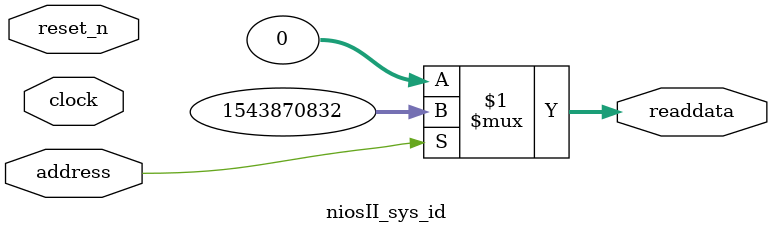
<source format=v>



// synthesis translate_off
`timescale 1ns / 1ps
// synthesis translate_on

// turn off superfluous verilog processor warnings 
// altera message_level Level1 
// altera message_off 10034 10035 10036 10037 10230 10240 10030 

module niosII_sys_id (
               // inputs:
                address,
                clock,
                reset_n,

               // outputs:
                readdata
             )
;

  output  [ 31: 0] readdata;
  input            address;
  input            clock;
  input            reset_n;

  wire    [ 31: 0] readdata;
  //control_slave, which is an e_avalon_slave
  assign readdata = address ? 1543870832 : 0;

endmodule



</source>
